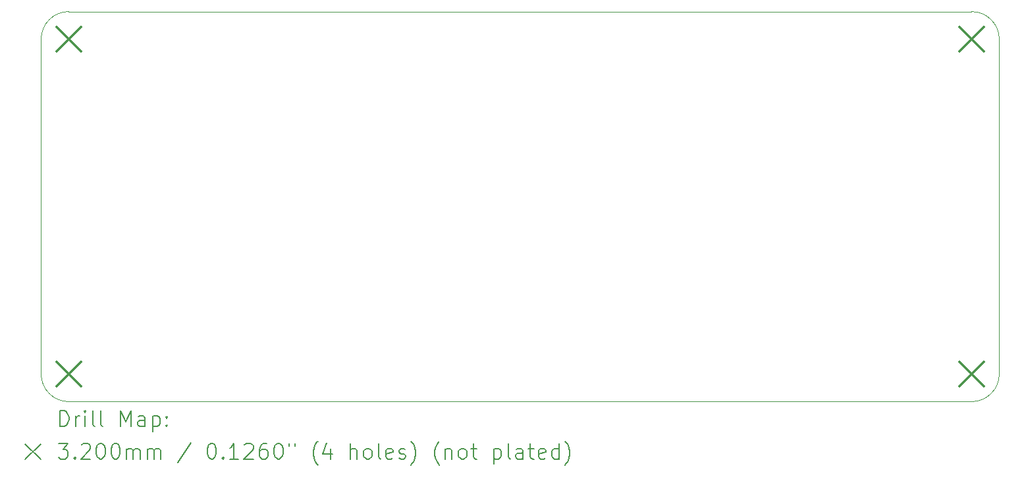
<source format=gbr>
%TF.GenerationSoftware,KiCad,Pcbnew,7.0.1*%
%TF.CreationDate,2023-06-13T03:05:33-04:00*%
%TF.ProjectId,i2c 24vin,69326320-3234-4766-996e-2e6b69636164,rev?*%
%TF.SameCoordinates,Original*%
%TF.FileFunction,Drillmap*%
%TF.FilePolarity,Positive*%
%FSLAX45Y45*%
G04 Gerber Fmt 4.5, Leading zero omitted, Abs format (unit mm)*
G04 Created by KiCad (PCBNEW 7.0.1) date 2023-06-13 03:05:33*
%MOMM*%
%LPD*%
G01*
G04 APERTURE LIST*
%ADD10C,0.100000*%
%ADD11C,0.200000*%
%ADD12C,0.320000*%
G04 APERTURE END LIST*
D10*
X9084400Y-12691300D02*
G75*
G03*
X9440000Y-13046900I355600J0D01*
G01*
X9084400Y-8383400D02*
X9084400Y-12691300D01*
X9440000Y-8027800D02*
X21047900Y-8027800D01*
X21047900Y-13047127D02*
X9440000Y-13046900D01*
X21047900Y-13047127D02*
G75*
G03*
X21403500Y-12678600I0J355827D01*
G01*
X9440000Y-8027800D02*
G75*
G03*
X9084400Y-8383400I0J-355600D01*
G01*
X21403500Y-8383400D02*
G75*
G03*
X21047900Y-8027800I-355600J0D01*
G01*
X21403500Y-8383400D02*
X21403500Y-12678600D01*
D11*
D12*
X9280000Y-8223400D02*
X9600000Y-8543400D01*
X9600000Y-8223400D02*
X9280000Y-8543400D01*
X9280000Y-12531300D02*
X9600000Y-12851300D01*
X9600000Y-12531300D02*
X9280000Y-12851300D01*
X20887900Y-8223400D02*
X21207900Y-8543400D01*
X21207900Y-8223400D02*
X20887900Y-8543400D01*
X20887900Y-12531300D02*
X21207900Y-12851300D01*
X21207900Y-12531300D02*
X20887900Y-12851300D01*
D11*
X9327019Y-13364650D02*
X9327019Y-13164650D01*
X9327019Y-13164650D02*
X9374638Y-13164650D01*
X9374638Y-13164650D02*
X9403210Y-13174174D01*
X9403210Y-13174174D02*
X9422257Y-13193222D01*
X9422257Y-13193222D02*
X9431781Y-13212269D01*
X9431781Y-13212269D02*
X9441305Y-13250365D01*
X9441305Y-13250365D02*
X9441305Y-13278936D01*
X9441305Y-13278936D02*
X9431781Y-13317031D01*
X9431781Y-13317031D02*
X9422257Y-13336079D01*
X9422257Y-13336079D02*
X9403210Y-13355127D01*
X9403210Y-13355127D02*
X9374638Y-13364650D01*
X9374638Y-13364650D02*
X9327019Y-13364650D01*
X9527019Y-13364650D02*
X9527019Y-13231317D01*
X9527019Y-13269412D02*
X9536543Y-13250365D01*
X9536543Y-13250365D02*
X9546067Y-13240841D01*
X9546067Y-13240841D02*
X9565114Y-13231317D01*
X9565114Y-13231317D02*
X9584162Y-13231317D01*
X9650829Y-13364650D02*
X9650829Y-13231317D01*
X9650829Y-13164650D02*
X9641305Y-13174174D01*
X9641305Y-13174174D02*
X9650829Y-13183698D01*
X9650829Y-13183698D02*
X9660352Y-13174174D01*
X9660352Y-13174174D02*
X9650829Y-13164650D01*
X9650829Y-13164650D02*
X9650829Y-13183698D01*
X9774638Y-13364650D02*
X9755590Y-13355127D01*
X9755590Y-13355127D02*
X9746067Y-13336079D01*
X9746067Y-13336079D02*
X9746067Y-13164650D01*
X9879400Y-13364650D02*
X9860352Y-13355127D01*
X9860352Y-13355127D02*
X9850829Y-13336079D01*
X9850829Y-13336079D02*
X9850829Y-13164650D01*
X10107971Y-13364650D02*
X10107971Y-13164650D01*
X10107971Y-13164650D02*
X10174638Y-13307508D01*
X10174638Y-13307508D02*
X10241305Y-13164650D01*
X10241305Y-13164650D02*
X10241305Y-13364650D01*
X10422257Y-13364650D02*
X10422257Y-13259889D01*
X10422257Y-13259889D02*
X10412733Y-13240841D01*
X10412733Y-13240841D02*
X10393686Y-13231317D01*
X10393686Y-13231317D02*
X10355590Y-13231317D01*
X10355590Y-13231317D02*
X10336543Y-13240841D01*
X10422257Y-13355127D02*
X10403210Y-13364650D01*
X10403210Y-13364650D02*
X10355590Y-13364650D01*
X10355590Y-13364650D02*
X10336543Y-13355127D01*
X10336543Y-13355127D02*
X10327019Y-13336079D01*
X10327019Y-13336079D02*
X10327019Y-13317031D01*
X10327019Y-13317031D02*
X10336543Y-13297984D01*
X10336543Y-13297984D02*
X10355590Y-13288460D01*
X10355590Y-13288460D02*
X10403210Y-13288460D01*
X10403210Y-13288460D02*
X10422257Y-13278936D01*
X10517495Y-13231317D02*
X10517495Y-13431317D01*
X10517495Y-13240841D02*
X10536543Y-13231317D01*
X10536543Y-13231317D02*
X10574638Y-13231317D01*
X10574638Y-13231317D02*
X10593686Y-13240841D01*
X10593686Y-13240841D02*
X10603210Y-13250365D01*
X10603210Y-13250365D02*
X10612733Y-13269412D01*
X10612733Y-13269412D02*
X10612733Y-13326555D01*
X10612733Y-13326555D02*
X10603210Y-13345603D01*
X10603210Y-13345603D02*
X10593686Y-13355127D01*
X10593686Y-13355127D02*
X10574638Y-13364650D01*
X10574638Y-13364650D02*
X10536543Y-13364650D01*
X10536543Y-13364650D02*
X10517495Y-13355127D01*
X10698448Y-13345603D02*
X10707971Y-13355127D01*
X10707971Y-13355127D02*
X10698448Y-13364650D01*
X10698448Y-13364650D02*
X10688924Y-13355127D01*
X10688924Y-13355127D02*
X10698448Y-13345603D01*
X10698448Y-13345603D02*
X10698448Y-13364650D01*
X10698448Y-13240841D02*
X10707971Y-13250365D01*
X10707971Y-13250365D02*
X10698448Y-13259889D01*
X10698448Y-13259889D02*
X10688924Y-13250365D01*
X10688924Y-13250365D02*
X10698448Y-13240841D01*
X10698448Y-13240841D02*
X10698448Y-13259889D01*
X8879400Y-13592127D02*
X9079400Y-13792127D01*
X9079400Y-13592127D02*
X8879400Y-13792127D01*
X9307971Y-13584650D02*
X9431781Y-13584650D01*
X9431781Y-13584650D02*
X9365114Y-13660841D01*
X9365114Y-13660841D02*
X9393686Y-13660841D01*
X9393686Y-13660841D02*
X9412733Y-13670365D01*
X9412733Y-13670365D02*
X9422257Y-13679889D01*
X9422257Y-13679889D02*
X9431781Y-13698936D01*
X9431781Y-13698936D02*
X9431781Y-13746555D01*
X9431781Y-13746555D02*
X9422257Y-13765603D01*
X9422257Y-13765603D02*
X9412733Y-13775127D01*
X9412733Y-13775127D02*
X9393686Y-13784650D01*
X9393686Y-13784650D02*
X9336543Y-13784650D01*
X9336543Y-13784650D02*
X9317495Y-13775127D01*
X9317495Y-13775127D02*
X9307971Y-13765603D01*
X9517495Y-13765603D02*
X9527019Y-13775127D01*
X9527019Y-13775127D02*
X9517495Y-13784650D01*
X9517495Y-13784650D02*
X9507971Y-13775127D01*
X9507971Y-13775127D02*
X9517495Y-13765603D01*
X9517495Y-13765603D02*
X9517495Y-13784650D01*
X9603210Y-13603698D02*
X9612733Y-13594174D01*
X9612733Y-13594174D02*
X9631781Y-13584650D01*
X9631781Y-13584650D02*
X9679400Y-13584650D01*
X9679400Y-13584650D02*
X9698448Y-13594174D01*
X9698448Y-13594174D02*
X9707971Y-13603698D01*
X9707971Y-13603698D02*
X9717495Y-13622746D01*
X9717495Y-13622746D02*
X9717495Y-13641793D01*
X9717495Y-13641793D02*
X9707971Y-13670365D01*
X9707971Y-13670365D02*
X9593686Y-13784650D01*
X9593686Y-13784650D02*
X9717495Y-13784650D01*
X9841305Y-13584650D02*
X9860352Y-13584650D01*
X9860352Y-13584650D02*
X9879400Y-13594174D01*
X9879400Y-13594174D02*
X9888924Y-13603698D01*
X9888924Y-13603698D02*
X9898448Y-13622746D01*
X9898448Y-13622746D02*
X9907971Y-13660841D01*
X9907971Y-13660841D02*
X9907971Y-13708460D01*
X9907971Y-13708460D02*
X9898448Y-13746555D01*
X9898448Y-13746555D02*
X9888924Y-13765603D01*
X9888924Y-13765603D02*
X9879400Y-13775127D01*
X9879400Y-13775127D02*
X9860352Y-13784650D01*
X9860352Y-13784650D02*
X9841305Y-13784650D01*
X9841305Y-13784650D02*
X9822257Y-13775127D01*
X9822257Y-13775127D02*
X9812733Y-13765603D01*
X9812733Y-13765603D02*
X9803210Y-13746555D01*
X9803210Y-13746555D02*
X9793686Y-13708460D01*
X9793686Y-13708460D02*
X9793686Y-13660841D01*
X9793686Y-13660841D02*
X9803210Y-13622746D01*
X9803210Y-13622746D02*
X9812733Y-13603698D01*
X9812733Y-13603698D02*
X9822257Y-13594174D01*
X9822257Y-13594174D02*
X9841305Y-13584650D01*
X10031781Y-13584650D02*
X10050829Y-13584650D01*
X10050829Y-13584650D02*
X10069876Y-13594174D01*
X10069876Y-13594174D02*
X10079400Y-13603698D01*
X10079400Y-13603698D02*
X10088924Y-13622746D01*
X10088924Y-13622746D02*
X10098448Y-13660841D01*
X10098448Y-13660841D02*
X10098448Y-13708460D01*
X10098448Y-13708460D02*
X10088924Y-13746555D01*
X10088924Y-13746555D02*
X10079400Y-13765603D01*
X10079400Y-13765603D02*
X10069876Y-13775127D01*
X10069876Y-13775127D02*
X10050829Y-13784650D01*
X10050829Y-13784650D02*
X10031781Y-13784650D01*
X10031781Y-13784650D02*
X10012733Y-13775127D01*
X10012733Y-13775127D02*
X10003210Y-13765603D01*
X10003210Y-13765603D02*
X9993686Y-13746555D01*
X9993686Y-13746555D02*
X9984162Y-13708460D01*
X9984162Y-13708460D02*
X9984162Y-13660841D01*
X9984162Y-13660841D02*
X9993686Y-13622746D01*
X9993686Y-13622746D02*
X10003210Y-13603698D01*
X10003210Y-13603698D02*
X10012733Y-13594174D01*
X10012733Y-13594174D02*
X10031781Y-13584650D01*
X10184162Y-13784650D02*
X10184162Y-13651317D01*
X10184162Y-13670365D02*
X10193686Y-13660841D01*
X10193686Y-13660841D02*
X10212733Y-13651317D01*
X10212733Y-13651317D02*
X10241305Y-13651317D01*
X10241305Y-13651317D02*
X10260352Y-13660841D01*
X10260352Y-13660841D02*
X10269876Y-13679889D01*
X10269876Y-13679889D02*
X10269876Y-13784650D01*
X10269876Y-13679889D02*
X10279400Y-13660841D01*
X10279400Y-13660841D02*
X10298448Y-13651317D01*
X10298448Y-13651317D02*
X10327019Y-13651317D01*
X10327019Y-13651317D02*
X10346067Y-13660841D01*
X10346067Y-13660841D02*
X10355591Y-13679889D01*
X10355591Y-13679889D02*
X10355591Y-13784650D01*
X10450829Y-13784650D02*
X10450829Y-13651317D01*
X10450829Y-13670365D02*
X10460352Y-13660841D01*
X10460352Y-13660841D02*
X10479400Y-13651317D01*
X10479400Y-13651317D02*
X10507972Y-13651317D01*
X10507972Y-13651317D02*
X10527019Y-13660841D01*
X10527019Y-13660841D02*
X10536543Y-13679889D01*
X10536543Y-13679889D02*
X10536543Y-13784650D01*
X10536543Y-13679889D02*
X10546067Y-13660841D01*
X10546067Y-13660841D02*
X10565114Y-13651317D01*
X10565114Y-13651317D02*
X10593686Y-13651317D01*
X10593686Y-13651317D02*
X10612733Y-13660841D01*
X10612733Y-13660841D02*
X10622257Y-13679889D01*
X10622257Y-13679889D02*
X10622257Y-13784650D01*
X11012733Y-13575127D02*
X10841305Y-13832269D01*
X11269876Y-13584650D02*
X11288924Y-13584650D01*
X11288924Y-13584650D02*
X11307972Y-13594174D01*
X11307972Y-13594174D02*
X11317495Y-13603698D01*
X11317495Y-13603698D02*
X11327019Y-13622746D01*
X11327019Y-13622746D02*
X11336543Y-13660841D01*
X11336543Y-13660841D02*
X11336543Y-13708460D01*
X11336543Y-13708460D02*
X11327019Y-13746555D01*
X11327019Y-13746555D02*
X11317495Y-13765603D01*
X11317495Y-13765603D02*
X11307972Y-13775127D01*
X11307972Y-13775127D02*
X11288924Y-13784650D01*
X11288924Y-13784650D02*
X11269876Y-13784650D01*
X11269876Y-13784650D02*
X11250829Y-13775127D01*
X11250829Y-13775127D02*
X11241305Y-13765603D01*
X11241305Y-13765603D02*
X11231781Y-13746555D01*
X11231781Y-13746555D02*
X11222257Y-13708460D01*
X11222257Y-13708460D02*
X11222257Y-13660841D01*
X11222257Y-13660841D02*
X11231781Y-13622746D01*
X11231781Y-13622746D02*
X11241305Y-13603698D01*
X11241305Y-13603698D02*
X11250829Y-13594174D01*
X11250829Y-13594174D02*
X11269876Y-13584650D01*
X11422257Y-13765603D02*
X11431781Y-13775127D01*
X11431781Y-13775127D02*
X11422257Y-13784650D01*
X11422257Y-13784650D02*
X11412733Y-13775127D01*
X11412733Y-13775127D02*
X11422257Y-13765603D01*
X11422257Y-13765603D02*
X11422257Y-13784650D01*
X11622257Y-13784650D02*
X11507972Y-13784650D01*
X11565114Y-13784650D02*
X11565114Y-13584650D01*
X11565114Y-13584650D02*
X11546067Y-13613222D01*
X11546067Y-13613222D02*
X11527019Y-13632269D01*
X11527019Y-13632269D02*
X11507972Y-13641793D01*
X11698448Y-13603698D02*
X11707972Y-13594174D01*
X11707972Y-13594174D02*
X11727019Y-13584650D01*
X11727019Y-13584650D02*
X11774638Y-13584650D01*
X11774638Y-13584650D02*
X11793686Y-13594174D01*
X11793686Y-13594174D02*
X11803210Y-13603698D01*
X11803210Y-13603698D02*
X11812733Y-13622746D01*
X11812733Y-13622746D02*
X11812733Y-13641793D01*
X11812733Y-13641793D02*
X11803210Y-13670365D01*
X11803210Y-13670365D02*
X11688924Y-13784650D01*
X11688924Y-13784650D02*
X11812733Y-13784650D01*
X11984162Y-13584650D02*
X11946067Y-13584650D01*
X11946067Y-13584650D02*
X11927019Y-13594174D01*
X11927019Y-13594174D02*
X11917495Y-13603698D01*
X11917495Y-13603698D02*
X11898448Y-13632269D01*
X11898448Y-13632269D02*
X11888924Y-13670365D01*
X11888924Y-13670365D02*
X11888924Y-13746555D01*
X11888924Y-13746555D02*
X11898448Y-13765603D01*
X11898448Y-13765603D02*
X11907972Y-13775127D01*
X11907972Y-13775127D02*
X11927019Y-13784650D01*
X11927019Y-13784650D02*
X11965114Y-13784650D01*
X11965114Y-13784650D02*
X11984162Y-13775127D01*
X11984162Y-13775127D02*
X11993686Y-13765603D01*
X11993686Y-13765603D02*
X12003210Y-13746555D01*
X12003210Y-13746555D02*
X12003210Y-13698936D01*
X12003210Y-13698936D02*
X11993686Y-13679889D01*
X11993686Y-13679889D02*
X11984162Y-13670365D01*
X11984162Y-13670365D02*
X11965114Y-13660841D01*
X11965114Y-13660841D02*
X11927019Y-13660841D01*
X11927019Y-13660841D02*
X11907972Y-13670365D01*
X11907972Y-13670365D02*
X11898448Y-13679889D01*
X11898448Y-13679889D02*
X11888924Y-13698936D01*
X12127019Y-13584650D02*
X12146067Y-13584650D01*
X12146067Y-13584650D02*
X12165114Y-13594174D01*
X12165114Y-13594174D02*
X12174638Y-13603698D01*
X12174638Y-13603698D02*
X12184162Y-13622746D01*
X12184162Y-13622746D02*
X12193686Y-13660841D01*
X12193686Y-13660841D02*
X12193686Y-13708460D01*
X12193686Y-13708460D02*
X12184162Y-13746555D01*
X12184162Y-13746555D02*
X12174638Y-13765603D01*
X12174638Y-13765603D02*
X12165114Y-13775127D01*
X12165114Y-13775127D02*
X12146067Y-13784650D01*
X12146067Y-13784650D02*
X12127019Y-13784650D01*
X12127019Y-13784650D02*
X12107972Y-13775127D01*
X12107972Y-13775127D02*
X12098448Y-13765603D01*
X12098448Y-13765603D02*
X12088924Y-13746555D01*
X12088924Y-13746555D02*
X12079400Y-13708460D01*
X12079400Y-13708460D02*
X12079400Y-13660841D01*
X12079400Y-13660841D02*
X12088924Y-13622746D01*
X12088924Y-13622746D02*
X12098448Y-13603698D01*
X12098448Y-13603698D02*
X12107972Y-13594174D01*
X12107972Y-13594174D02*
X12127019Y-13584650D01*
X12269876Y-13584650D02*
X12269876Y-13622746D01*
X12346067Y-13584650D02*
X12346067Y-13622746D01*
X12641305Y-13860841D02*
X12631781Y-13851317D01*
X12631781Y-13851317D02*
X12612734Y-13822746D01*
X12612734Y-13822746D02*
X12603210Y-13803698D01*
X12603210Y-13803698D02*
X12593686Y-13775127D01*
X12593686Y-13775127D02*
X12584162Y-13727508D01*
X12584162Y-13727508D02*
X12584162Y-13689412D01*
X12584162Y-13689412D02*
X12593686Y-13641793D01*
X12593686Y-13641793D02*
X12603210Y-13613222D01*
X12603210Y-13613222D02*
X12612734Y-13594174D01*
X12612734Y-13594174D02*
X12631781Y-13565603D01*
X12631781Y-13565603D02*
X12641305Y-13556079D01*
X12803210Y-13651317D02*
X12803210Y-13784650D01*
X12755591Y-13575127D02*
X12707972Y-13717984D01*
X12707972Y-13717984D02*
X12831781Y-13717984D01*
X13060353Y-13784650D02*
X13060353Y-13584650D01*
X13146067Y-13784650D02*
X13146067Y-13679889D01*
X13146067Y-13679889D02*
X13136543Y-13660841D01*
X13136543Y-13660841D02*
X13117496Y-13651317D01*
X13117496Y-13651317D02*
X13088924Y-13651317D01*
X13088924Y-13651317D02*
X13069876Y-13660841D01*
X13069876Y-13660841D02*
X13060353Y-13670365D01*
X13269876Y-13784650D02*
X13250829Y-13775127D01*
X13250829Y-13775127D02*
X13241305Y-13765603D01*
X13241305Y-13765603D02*
X13231781Y-13746555D01*
X13231781Y-13746555D02*
X13231781Y-13689412D01*
X13231781Y-13689412D02*
X13241305Y-13670365D01*
X13241305Y-13670365D02*
X13250829Y-13660841D01*
X13250829Y-13660841D02*
X13269876Y-13651317D01*
X13269876Y-13651317D02*
X13298448Y-13651317D01*
X13298448Y-13651317D02*
X13317496Y-13660841D01*
X13317496Y-13660841D02*
X13327019Y-13670365D01*
X13327019Y-13670365D02*
X13336543Y-13689412D01*
X13336543Y-13689412D02*
X13336543Y-13746555D01*
X13336543Y-13746555D02*
X13327019Y-13765603D01*
X13327019Y-13765603D02*
X13317496Y-13775127D01*
X13317496Y-13775127D02*
X13298448Y-13784650D01*
X13298448Y-13784650D02*
X13269876Y-13784650D01*
X13450829Y-13784650D02*
X13431781Y-13775127D01*
X13431781Y-13775127D02*
X13422257Y-13756079D01*
X13422257Y-13756079D02*
X13422257Y-13584650D01*
X13603210Y-13775127D02*
X13584162Y-13784650D01*
X13584162Y-13784650D02*
X13546067Y-13784650D01*
X13546067Y-13784650D02*
X13527019Y-13775127D01*
X13527019Y-13775127D02*
X13517496Y-13756079D01*
X13517496Y-13756079D02*
X13517496Y-13679889D01*
X13517496Y-13679889D02*
X13527019Y-13660841D01*
X13527019Y-13660841D02*
X13546067Y-13651317D01*
X13546067Y-13651317D02*
X13584162Y-13651317D01*
X13584162Y-13651317D02*
X13603210Y-13660841D01*
X13603210Y-13660841D02*
X13612734Y-13679889D01*
X13612734Y-13679889D02*
X13612734Y-13698936D01*
X13612734Y-13698936D02*
X13517496Y-13717984D01*
X13688924Y-13775127D02*
X13707972Y-13784650D01*
X13707972Y-13784650D02*
X13746067Y-13784650D01*
X13746067Y-13784650D02*
X13765115Y-13775127D01*
X13765115Y-13775127D02*
X13774638Y-13756079D01*
X13774638Y-13756079D02*
X13774638Y-13746555D01*
X13774638Y-13746555D02*
X13765115Y-13727508D01*
X13765115Y-13727508D02*
X13746067Y-13717984D01*
X13746067Y-13717984D02*
X13717496Y-13717984D01*
X13717496Y-13717984D02*
X13698448Y-13708460D01*
X13698448Y-13708460D02*
X13688924Y-13689412D01*
X13688924Y-13689412D02*
X13688924Y-13679889D01*
X13688924Y-13679889D02*
X13698448Y-13660841D01*
X13698448Y-13660841D02*
X13717496Y-13651317D01*
X13717496Y-13651317D02*
X13746067Y-13651317D01*
X13746067Y-13651317D02*
X13765115Y-13660841D01*
X13841305Y-13860841D02*
X13850829Y-13851317D01*
X13850829Y-13851317D02*
X13869877Y-13822746D01*
X13869877Y-13822746D02*
X13879400Y-13803698D01*
X13879400Y-13803698D02*
X13888924Y-13775127D01*
X13888924Y-13775127D02*
X13898448Y-13727508D01*
X13898448Y-13727508D02*
X13898448Y-13689412D01*
X13898448Y-13689412D02*
X13888924Y-13641793D01*
X13888924Y-13641793D02*
X13879400Y-13613222D01*
X13879400Y-13613222D02*
X13869877Y-13594174D01*
X13869877Y-13594174D02*
X13850829Y-13565603D01*
X13850829Y-13565603D02*
X13841305Y-13556079D01*
X14203210Y-13860841D02*
X14193686Y-13851317D01*
X14193686Y-13851317D02*
X14174638Y-13822746D01*
X14174638Y-13822746D02*
X14165115Y-13803698D01*
X14165115Y-13803698D02*
X14155591Y-13775127D01*
X14155591Y-13775127D02*
X14146067Y-13727508D01*
X14146067Y-13727508D02*
X14146067Y-13689412D01*
X14146067Y-13689412D02*
X14155591Y-13641793D01*
X14155591Y-13641793D02*
X14165115Y-13613222D01*
X14165115Y-13613222D02*
X14174638Y-13594174D01*
X14174638Y-13594174D02*
X14193686Y-13565603D01*
X14193686Y-13565603D02*
X14203210Y-13556079D01*
X14279400Y-13651317D02*
X14279400Y-13784650D01*
X14279400Y-13670365D02*
X14288924Y-13660841D01*
X14288924Y-13660841D02*
X14307972Y-13651317D01*
X14307972Y-13651317D02*
X14336543Y-13651317D01*
X14336543Y-13651317D02*
X14355591Y-13660841D01*
X14355591Y-13660841D02*
X14365115Y-13679889D01*
X14365115Y-13679889D02*
X14365115Y-13784650D01*
X14488924Y-13784650D02*
X14469877Y-13775127D01*
X14469877Y-13775127D02*
X14460353Y-13765603D01*
X14460353Y-13765603D02*
X14450829Y-13746555D01*
X14450829Y-13746555D02*
X14450829Y-13689412D01*
X14450829Y-13689412D02*
X14460353Y-13670365D01*
X14460353Y-13670365D02*
X14469877Y-13660841D01*
X14469877Y-13660841D02*
X14488924Y-13651317D01*
X14488924Y-13651317D02*
X14517496Y-13651317D01*
X14517496Y-13651317D02*
X14536543Y-13660841D01*
X14536543Y-13660841D02*
X14546067Y-13670365D01*
X14546067Y-13670365D02*
X14555591Y-13689412D01*
X14555591Y-13689412D02*
X14555591Y-13746555D01*
X14555591Y-13746555D02*
X14546067Y-13765603D01*
X14546067Y-13765603D02*
X14536543Y-13775127D01*
X14536543Y-13775127D02*
X14517496Y-13784650D01*
X14517496Y-13784650D02*
X14488924Y-13784650D01*
X14612734Y-13651317D02*
X14688924Y-13651317D01*
X14641305Y-13584650D02*
X14641305Y-13756079D01*
X14641305Y-13756079D02*
X14650829Y-13775127D01*
X14650829Y-13775127D02*
X14669877Y-13784650D01*
X14669877Y-13784650D02*
X14688924Y-13784650D01*
X14907972Y-13651317D02*
X14907972Y-13851317D01*
X14907972Y-13660841D02*
X14927019Y-13651317D01*
X14927019Y-13651317D02*
X14965115Y-13651317D01*
X14965115Y-13651317D02*
X14984162Y-13660841D01*
X14984162Y-13660841D02*
X14993686Y-13670365D01*
X14993686Y-13670365D02*
X15003210Y-13689412D01*
X15003210Y-13689412D02*
X15003210Y-13746555D01*
X15003210Y-13746555D02*
X14993686Y-13765603D01*
X14993686Y-13765603D02*
X14984162Y-13775127D01*
X14984162Y-13775127D02*
X14965115Y-13784650D01*
X14965115Y-13784650D02*
X14927019Y-13784650D01*
X14927019Y-13784650D02*
X14907972Y-13775127D01*
X15117496Y-13784650D02*
X15098448Y-13775127D01*
X15098448Y-13775127D02*
X15088924Y-13756079D01*
X15088924Y-13756079D02*
X15088924Y-13584650D01*
X15279400Y-13784650D02*
X15279400Y-13679889D01*
X15279400Y-13679889D02*
X15269877Y-13660841D01*
X15269877Y-13660841D02*
X15250829Y-13651317D01*
X15250829Y-13651317D02*
X15212734Y-13651317D01*
X15212734Y-13651317D02*
X15193686Y-13660841D01*
X15279400Y-13775127D02*
X15260353Y-13784650D01*
X15260353Y-13784650D02*
X15212734Y-13784650D01*
X15212734Y-13784650D02*
X15193686Y-13775127D01*
X15193686Y-13775127D02*
X15184162Y-13756079D01*
X15184162Y-13756079D02*
X15184162Y-13737031D01*
X15184162Y-13737031D02*
X15193686Y-13717984D01*
X15193686Y-13717984D02*
X15212734Y-13708460D01*
X15212734Y-13708460D02*
X15260353Y-13708460D01*
X15260353Y-13708460D02*
X15279400Y-13698936D01*
X15346067Y-13651317D02*
X15422258Y-13651317D01*
X15374639Y-13584650D02*
X15374639Y-13756079D01*
X15374639Y-13756079D02*
X15384162Y-13775127D01*
X15384162Y-13775127D02*
X15403210Y-13784650D01*
X15403210Y-13784650D02*
X15422258Y-13784650D01*
X15565115Y-13775127D02*
X15546067Y-13784650D01*
X15546067Y-13784650D02*
X15507972Y-13784650D01*
X15507972Y-13784650D02*
X15488924Y-13775127D01*
X15488924Y-13775127D02*
X15479400Y-13756079D01*
X15479400Y-13756079D02*
X15479400Y-13679889D01*
X15479400Y-13679889D02*
X15488924Y-13660841D01*
X15488924Y-13660841D02*
X15507972Y-13651317D01*
X15507972Y-13651317D02*
X15546067Y-13651317D01*
X15546067Y-13651317D02*
X15565115Y-13660841D01*
X15565115Y-13660841D02*
X15574639Y-13679889D01*
X15574639Y-13679889D02*
X15574639Y-13698936D01*
X15574639Y-13698936D02*
X15479400Y-13717984D01*
X15746067Y-13784650D02*
X15746067Y-13584650D01*
X15746067Y-13775127D02*
X15727020Y-13784650D01*
X15727020Y-13784650D02*
X15688924Y-13784650D01*
X15688924Y-13784650D02*
X15669877Y-13775127D01*
X15669877Y-13775127D02*
X15660353Y-13765603D01*
X15660353Y-13765603D02*
X15650829Y-13746555D01*
X15650829Y-13746555D02*
X15650829Y-13689412D01*
X15650829Y-13689412D02*
X15660353Y-13670365D01*
X15660353Y-13670365D02*
X15669877Y-13660841D01*
X15669877Y-13660841D02*
X15688924Y-13651317D01*
X15688924Y-13651317D02*
X15727020Y-13651317D01*
X15727020Y-13651317D02*
X15746067Y-13660841D01*
X15822258Y-13860841D02*
X15831781Y-13851317D01*
X15831781Y-13851317D02*
X15850829Y-13822746D01*
X15850829Y-13822746D02*
X15860353Y-13803698D01*
X15860353Y-13803698D02*
X15869877Y-13775127D01*
X15869877Y-13775127D02*
X15879400Y-13727508D01*
X15879400Y-13727508D02*
X15879400Y-13689412D01*
X15879400Y-13689412D02*
X15869877Y-13641793D01*
X15869877Y-13641793D02*
X15860353Y-13613222D01*
X15860353Y-13613222D02*
X15850829Y-13594174D01*
X15850829Y-13594174D02*
X15831781Y-13565603D01*
X15831781Y-13565603D02*
X15822258Y-13556079D01*
M02*

</source>
